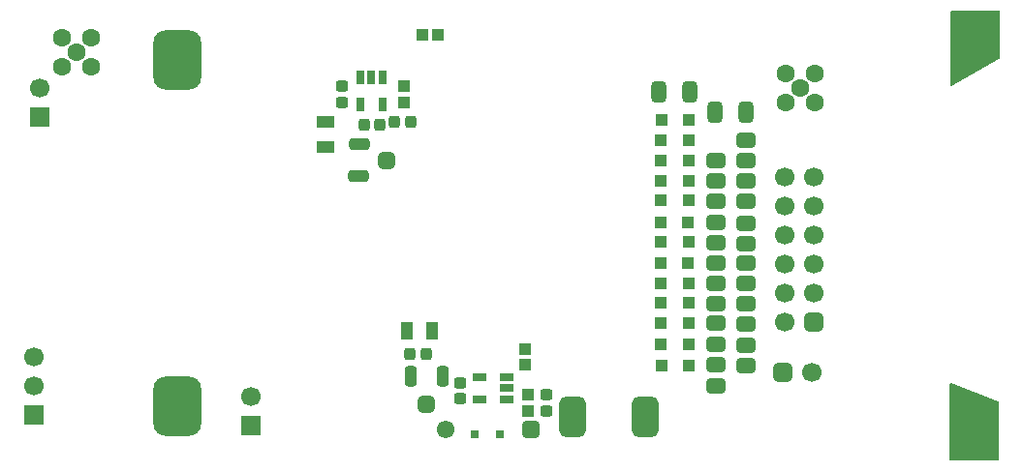
<source format=gbs>
G04 Layer_Color=16711935*
%FSLAX25Y25*%
%MOIN*%
G70*
G01*
G75*
G04:AMPARAMS|DCode=56|XSize=43.31mil|YSize=39.37mil|CornerRadius=11.81mil|HoleSize=0mil|Usage=FLASHONLY|Rotation=0.000|XOffset=0mil|YOffset=0mil|HoleType=Round|Shape=RoundedRectangle|*
%AMROUNDEDRECTD56*
21,1,0.04331,0.01575,0,0,0.0*
21,1,0.01969,0.03937,0,0,0.0*
1,1,0.02362,0.00984,-0.00787*
1,1,0.02362,-0.00984,-0.00787*
1,1,0.02362,-0.00984,0.00787*
1,1,0.02362,0.00984,0.00787*
%
%ADD56ROUNDEDRECTD56*%
G04:AMPARAMS|DCode=57|XSize=43.31mil|YSize=39.37mil|CornerRadius=11.81mil|HoleSize=0mil|Usage=FLASHONLY|Rotation=90.000|XOffset=0mil|YOffset=0mil|HoleType=Round|Shape=RoundedRectangle|*
%AMROUNDEDRECTD57*
21,1,0.04331,0.01575,0,0,90.0*
21,1,0.01969,0.03937,0,0,90.0*
1,1,0.02362,0.00787,0.00984*
1,1,0.02362,0.00787,-0.00984*
1,1,0.02362,-0.00787,-0.00984*
1,1,0.02362,-0.00787,0.00984*
%
%ADD57ROUNDEDRECTD57*%
%ADD61R,0.04331X0.04331*%
%ADD62R,0.06299X0.03937*%
%ADD63R,0.03937X0.04331*%
G04:AMPARAMS|DCode=66|XSize=74.8mil|YSize=51.18mil|CornerRadius=14.76mil|HoleSize=0mil|Usage=FLASHONLY|Rotation=270.000|XOffset=0mil|YOffset=0mil|HoleType=Round|Shape=RoundedRectangle|*
%AMROUNDEDRECTD66*
21,1,0.07480,0.02165,0,0,270.0*
21,1,0.04528,0.05118,0,0,270.0*
1,1,0.02953,-0.01083,-0.02264*
1,1,0.02953,-0.01083,0.02264*
1,1,0.02953,0.01083,0.02264*
1,1,0.02953,0.01083,-0.02264*
%
%ADD66ROUNDEDRECTD66*%
%ADD71R,0.06693X0.06693*%
%ADD72C,0.06693*%
G04:AMPARAMS|DCode=73|XSize=66.93mil|YSize=66.93mil|CornerRadius=18.7mil|HoleSize=0mil|Usage=FLASHONLY|Rotation=90.000|XOffset=0mil|YOffset=0mil|HoleType=Round|Shape=RoundedRectangle|*
%AMROUNDEDRECTD73*
21,1,0.06693,0.02953,0,0,90.0*
21,1,0.02953,0.06693,0,0,90.0*
1,1,0.03740,0.01476,0.01476*
1,1,0.03740,0.01476,-0.01476*
1,1,0.03740,-0.01476,-0.01476*
1,1,0.03740,-0.01476,0.01476*
%
%ADD73ROUNDEDRECTD73*%
G04:AMPARAMS|DCode=74|XSize=66.93mil|YSize=66.93mil|CornerRadius=18.7mil|HoleSize=0mil|Usage=FLASHONLY|Rotation=0.000|XOffset=0mil|YOffset=0mil|HoleType=Round|Shape=RoundedRectangle|*
%AMROUNDEDRECTD74*
21,1,0.06693,0.02953,0,0,0.0*
21,1,0.02953,0.06693,0,0,0.0*
1,1,0.03740,0.01476,-0.01476*
1,1,0.03740,-0.01476,-0.01476*
1,1,0.03740,-0.01476,0.01476*
1,1,0.03740,0.01476,0.01476*
%
%ADD74ROUNDEDRECTD74*%
%ADD75C,0.06299*%
G04:AMPARAMS|DCode=76|XSize=61.02mil|YSize=61.02mil|CornerRadius=17.22mil|HoleSize=0mil|Usage=FLASHONLY|Rotation=180.000|XOffset=0mil|YOffset=0mil|HoleType=Round|Shape=RoundedRectangle|*
%AMROUNDEDRECTD76*
21,1,0.06102,0.02658,0,0,180.0*
21,1,0.02658,0.06102,0,0,180.0*
1,1,0.03445,-0.01329,0.01329*
1,1,0.03445,0.01329,0.01329*
1,1,0.03445,0.01329,-0.01329*
1,1,0.03445,-0.01329,-0.01329*
%
%ADD76ROUNDEDRECTD76*%
%ADD77C,0.06102*%
G04:AMPARAMS|DCode=78|XSize=204.72mil|YSize=165.35mil|CornerRadius=43.31mil|HoleSize=0mil|Usage=FLASHONLY|Rotation=90.000|XOffset=0mil|YOffset=0mil|HoleType=Round|Shape=RoundedRectangle|*
%AMROUNDEDRECTD78*
21,1,0.20472,0.07874,0,0,90.0*
21,1,0.11811,0.16535,0,0,90.0*
1,1,0.08661,0.03937,0.05906*
1,1,0.08661,0.03937,-0.05906*
1,1,0.08661,-0.03937,-0.05906*
1,1,0.08661,-0.03937,0.05906*
%
%ADD78ROUNDEDRECTD78*%
G04:AMPARAMS|DCode=79|XSize=59.06mil|YSize=59.06mil|CornerRadius=16.73mil|HoleSize=0mil|Usage=FLASHONLY|Rotation=90.000|XOffset=0mil|YOffset=0mil|HoleType=Round|Shape=RoundedRectangle|*
%AMROUNDEDRECTD79*
21,1,0.05906,0.02559,0,0,90.0*
21,1,0.02559,0.05906,0,0,90.0*
1,1,0.03346,0.01280,0.01280*
1,1,0.03346,0.01280,-0.01280*
1,1,0.03346,-0.01280,-0.01280*
1,1,0.03346,-0.01280,0.01280*
%
%ADD79ROUNDEDRECTD79*%
G04:AMPARAMS|DCode=80|XSize=70.87mil|YSize=43.31mil|CornerRadius=12.8mil|HoleSize=0mil|Usage=FLASHONLY|Rotation=0.000|XOffset=0mil|YOffset=0mil|HoleType=Round|Shape=RoundedRectangle|*
%AMROUNDEDRECTD80*
21,1,0.07087,0.01772,0,0,0.0*
21,1,0.04528,0.04331,0,0,0.0*
1,1,0.02559,0.02264,-0.00886*
1,1,0.02559,-0.02264,-0.00886*
1,1,0.02559,-0.02264,0.00886*
1,1,0.02559,0.02264,0.00886*
%
%ADD80ROUNDEDRECTD80*%
%ADD81R,0.04331X0.03937*%
%ADD82R,0.03150X0.05118*%
%ADD83R,0.02756X0.02756*%
G04:AMPARAMS|DCode=84|XSize=70.87mil|YSize=43.31mil|CornerRadius=12.8mil|HoleSize=0mil|Usage=FLASHONLY|Rotation=270.000|XOffset=0mil|YOffset=0mil|HoleType=Round|Shape=RoundedRectangle|*
%AMROUNDEDRECTD84*
21,1,0.07087,0.01772,0,0,270.0*
21,1,0.04528,0.04331,0,0,270.0*
1,1,0.02559,-0.00886,-0.02264*
1,1,0.02559,-0.00886,0.02264*
1,1,0.02559,0.00886,0.02264*
1,1,0.02559,0.00886,-0.02264*
%
%ADD84ROUNDEDRECTD84*%
G04:AMPARAMS|DCode=85|XSize=59.06mil|YSize=59.06mil|CornerRadius=16.73mil|HoleSize=0mil|Usage=FLASHONLY|Rotation=0.000|XOffset=0mil|YOffset=0mil|HoleType=Round|Shape=RoundedRectangle|*
%AMROUNDEDRECTD85*
21,1,0.05906,0.02559,0,0,0.0*
21,1,0.02559,0.05906,0,0,0.0*
1,1,0.03346,0.01280,-0.01280*
1,1,0.03346,-0.01280,-0.01280*
1,1,0.03346,-0.01280,0.01280*
1,1,0.03346,0.01280,0.01280*
%
%ADD85ROUNDEDRECTD85*%
%ADD86R,0.03937X0.06299*%
%ADD87R,0.05118X0.03150*%
G04:AMPARAMS|DCode=88|XSize=139.76mil|YSize=94.49mil|CornerRadius=25.59mil|HoleSize=0mil|Usage=FLASHONLY|Rotation=90.000|XOffset=0mil|YOffset=0mil|HoleType=Round|Shape=RoundedRectangle|*
%AMROUNDEDRECTD88*
21,1,0.13976,0.04331,0,0,90.0*
21,1,0.08858,0.09449,0,0,90.0*
1,1,0.05118,0.02165,0.04429*
1,1,0.05118,0.02165,-0.04429*
1,1,0.05118,-0.02165,-0.04429*
1,1,0.05118,-0.02165,0.04429*
%
%ADD88ROUNDEDRECTD88*%
G04:AMPARAMS|DCode=89|XSize=66.93mil|YSize=55.12mil|CornerRadius=15.75mil|HoleSize=0mil|Usage=FLASHONLY|Rotation=0.000|XOffset=0mil|YOffset=0mil|HoleType=Round|Shape=RoundedRectangle|*
%AMROUNDEDRECTD89*
21,1,0.06693,0.02362,0,0,0.0*
21,1,0.03543,0.05512,0,0,0.0*
1,1,0.03150,0.01772,-0.01181*
1,1,0.03150,-0.01772,-0.01181*
1,1,0.03150,-0.01772,0.01181*
1,1,0.03150,0.01772,0.01181*
%
%ADD89ROUNDEDRECTD89*%
G36*
X340256Y21987D02*
X340354Y21888D01*
Y1772D01*
X339999Y1420D01*
X323622Y1613D01*
Y27846D01*
X324033Y28130D01*
X340256Y21987D01*
D02*
G37*
G36*
X340748Y139862D02*
X340650Y139764D01*
X324276Y130705D01*
X323845Y130959D01*
X323787Y156142D01*
X324141Y156496D01*
X340748Y156496D01*
Y139862D01*
D02*
G37*
D56*
X114567Y124902D02*
D03*
Y130413D02*
D03*
X155315Y28346D02*
D03*
Y22835D02*
D03*
X184843Y18701D02*
D03*
Y24213D02*
D03*
D57*
X138091Y118110D02*
D03*
X132579D02*
D03*
X122047Y117323D02*
D03*
X127559D02*
D03*
X137992Y38091D02*
D03*
X143504D02*
D03*
D61*
X233858Y34350D02*
D03*
X224410D02*
D03*
X233760Y41634D02*
D03*
X224311D02*
D03*
X233661Y48720D02*
D03*
X224213D02*
D03*
X233661Y55709D02*
D03*
X224213D02*
D03*
X233760Y62697D02*
D03*
X224311D02*
D03*
X233563Y69685D02*
D03*
X224114D02*
D03*
X233760Y76772D02*
D03*
X224311D02*
D03*
X233563Y83661D02*
D03*
X224114D02*
D03*
X233661Y91142D02*
D03*
X224213D02*
D03*
X233661Y97835D02*
D03*
X224213D02*
D03*
X233661Y104823D02*
D03*
X224213D02*
D03*
X233661Y111909D02*
D03*
X224213D02*
D03*
X233957Y118996D02*
D03*
X224508D02*
D03*
D62*
X108760Y109646D02*
D03*
Y118307D02*
D03*
D63*
X147539Y148327D02*
D03*
X142028D02*
D03*
D66*
X234055Y128543D02*
D03*
X223425D02*
D03*
X253445Y121654D02*
D03*
X242815D02*
D03*
D71*
X10335Y119882D02*
D03*
X83169Y13681D02*
D03*
X8563Y17126D02*
D03*
D72*
X10335Y129882D02*
D03*
X266673Y49114D02*
D03*
X276673Y59114D02*
D03*
X266673D02*
D03*
X276673Y69114D02*
D03*
X266673D02*
D03*
X276673Y79114D02*
D03*
X266673D02*
D03*
X276673Y89114D02*
D03*
X266673D02*
D03*
X276673Y99114D02*
D03*
X266673D02*
D03*
X83169Y23681D02*
D03*
X8563Y27126D02*
D03*
Y37126D02*
D03*
X276240Y31890D02*
D03*
D73*
X276673Y49114D02*
D03*
D74*
X266240Y31890D02*
D03*
D75*
X267146Y124921D02*
D03*
Y134921D02*
D03*
X277146D02*
D03*
Y124921D02*
D03*
X272146Y129921D02*
D03*
X28032Y137323D02*
D03*
X18032D02*
D03*
Y147323D02*
D03*
X28032D02*
D03*
X23031Y142323D02*
D03*
D76*
X179469Y12183D02*
D03*
D77*
X150256D02*
D03*
D78*
X57776Y20059D02*
D03*
X57854Y139508D02*
D03*
D79*
X129823Y104921D02*
D03*
D80*
X120256Y99449D02*
D03*
X120374Y110433D02*
D03*
D81*
X135728Y124998D02*
D03*
Y130509D02*
D03*
X178445Y24114D02*
D03*
Y18602D02*
D03*
X177559Y39961D02*
D03*
Y34449D02*
D03*
D82*
X120857Y124065D02*
D03*
X128337D02*
D03*
Y133514D02*
D03*
X124597D02*
D03*
X120857D02*
D03*
D83*
X160039Y10531D02*
D03*
X168701D02*
D03*
D84*
X149114Y30413D02*
D03*
X138130Y30531D02*
D03*
D85*
X143602Y20965D02*
D03*
D86*
X136909Y46260D02*
D03*
X145571D02*
D03*
D87*
X161811Y30174D02*
D03*
Y22694D02*
D03*
X171260D02*
D03*
Y26434D02*
D03*
Y30174D02*
D03*
D88*
X193898Y16535D02*
D03*
X218701D02*
D03*
D89*
X253642Y34252D02*
D03*
Y41339D02*
D03*
X253642Y104921D02*
D03*
Y112008D02*
D03*
X243110Y104823D02*
D03*
Y97736D02*
D03*
X253642Y90748D02*
D03*
Y97835D02*
D03*
X243110Y90748D02*
D03*
Y83661D02*
D03*
X253642Y76279D02*
D03*
Y83366D02*
D03*
X243110Y76673D02*
D03*
Y69587D02*
D03*
X253642Y62500D02*
D03*
Y69587D02*
D03*
X243110Y62697D02*
D03*
Y55610D02*
D03*
X253642Y48524D02*
D03*
Y55610D02*
D03*
X243110Y48720D02*
D03*
Y41634D02*
D03*
X243110Y34449D02*
D03*
Y27362D02*
D03*
M02*

</source>
